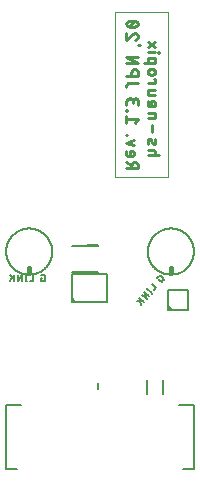
<source format=gbo>
G75*
%MOIN*%
%OFA0B0*%
%FSLAX25Y25*%
%IPPOS*%
%LPD*%
%AMOC8*
5,1,8,0,0,1.08239X$1,22.5*
%
%ADD10C,0.00787*%
%ADD11C,0.01575*%
%ADD12C,0.00600*%
%ADD13C,0.00900*%
%ADD14C,0.00394*%
%ADD15C,0.00500*%
D10*
X0166691Y0119457D02*
X0166693Y0119646D01*
X0166700Y0119834D01*
X0166712Y0120022D01*
X0166728Y0120210D01*
X0166749Y0120398D01*
X0166774Y0120585D01*
X0166804Y0120771D01*
X0166839Y0120957D01*
X0166878Y0121141D01*
X0166921Y0121325D01*
X0166969Y0121507D01*
X0167022Y0121688D01*
X0167079Y0121868D01*
X0167140Y0122047D01*
X0167206Y0122224D01*
X0167276Y0122399D01*
X0167350Y0122572D01*
X0167429Y0122744D01*
X0167512Y0122913D01*
X0167599Y0123081D01*
X0167690Y0123246D01*
X0167785Y0123409D01*
X0167884Y0123570D01*
X0167986Y0123728D01*
X0168093Y0123883D01*
X0168204Y0124036D01*
X0168318Y0124186D01*
X0168436Y0124334D01*
X0168557Y0124478D01*
X0168682Y0124619D01*
X0168811Y0124757D01*
X0168942Y0124893D01*
X0169078Y0125024D01*
X0169216Y0125153D01*
X0169357Y0125278D01*
X0169501Y0125399D01*
X0169649Y0125517D01*
X0169799Y0125631D01*
X0169952Y0125742D01*
X0170107Y0125849D01*
X0170265Y0125951D01*
X0170426Y0126050D01*
X0170589Y0126145D01*
X0170754Y0126236D01*
X0170922Y0126323D01*
X0171091Y0126406D01*
X0171263Y0126485D01*
X0171436Y0126559D01*
X0171611Y0126629D01*
X0171788Y0126695D01*
X0171967Y0126756D01*
X0172147Y0126813D01*
X0172328Y0126866D01*
X0172510Y0126914D01*
X0172694Y0126957D01*
X0172878Y0126996D01*
X0173064Y0127031D01*
X0173250Y0127061D01*
X0173437Y0127086D01*
X0173625Y0127107D01*
X0173813Y0127123D01*
X0174001Y0127135D01*
X0174189Y0127142D01*
X0174378Y0127144D01*
X0174567Y0127142D01*
X0174755Y0127135D01*
X0174943Y0127123D01*
X0175131Y0127107D01*
X0175319Y0127086D01*
X0175506Y0127061D01*
X0175692Y0127031D01*
X0175878Y0126996D01*
X0176062Y0126957D01*
X0176246Y0126914D01*
X0176428Y0126866D01*
X0176609Y0126813D01*
X0176789Y0126756D01*
X0176968Y0126695D01*
X0177145Y0126629D01*
X0177320Y0126559D01*
X0177493Y0126485D01*
X0177665Y0126406D01*
X0177834Y0126323D01*
X0178002Y0126236D01*
X0178167Y0126145D01*
X0178330Y0126050D01*
X0178491Y0125951D01*
X0178649Y0125849D01*
X0178804Y0125742D01*
X0178957Y0125631D01*
X0179107Y0125517D01*
X0179255Y0125399D01*
X0179399Y0125278D01*
X0179540Y0125153D01*
X0179678Y0125024D01*
X0179814Y0124893D01*
X0179945Y0124757D01*
X0180074Y0124619D01*
X0180199Y0124478D01*
X0180320Y0124334D01*
X0180438Y0124186D01*
X0180552Y0124036D01*
X0180663Y0123883D01*
X0180770Y0123728D01*
X0180872Y0123570D01*
X0180971Y0123409D01*
X0181066Y0123246D01*
X0181157Y0123081D01*
X0181244Y0122913D01*
X0181327Y0122744D01*
X0181406Y0122572D01*
X0181480Y0122399D01*
X0181550Y0122224D01*
X0181616Y0122047D01*
X0181677Y0121868D01*
X0181734Y0121688D01*
X0181787Y0121507D01*
X0181835Y0121325D01*
X0181878Y0121141D01*
X0181917Y0120957D01*
X0181952Y0120771D01*
X0181982Y0120585D01*
X0182007Y0120398D01*
X0182028Y0120210D01*
X0182044Y0120022D01*
X0182056Y0119834D01*
X0182063Y0119646D01*
X0182065Y0119457D01*
X0182063Y0119268D01*
X0182056Y0119080D01*
X0182044Y0118892D01*
X0182028Y0118704D01*
X0182007Y0118516D01*
X0181982Y0118329D01*
X0181952Y0118143D01*
X0181917Y0117957D01*
X0181878Y0117773D01*
X0181835Y0117589D01*
X0181787Y0117407D01*
X0181734Y0117226D01*
X0181677Y0117046D01*
X0181616Y0116867D01*
X0181550Y0116690D01*
X0181480Y0116515D01*
X0181406Y0116342D01*
X0181327Y0116170D01*
X0181244Y0116001D01*
X0181157Y0115833D01*
X0181066Y0115668D01*
X0180971Y0115505D01*
X0180872Y0115344D01*
X0180770Y0115186D01*
X0180663Y0115031D01*
X0180552Y0114878D01*
X0180438Y0114728D01*
X0180320Y0114580D01*
X0180199Y0114436D01*
X0180074Y0114295D01*
X0179945Y0114157D01*
X0179814Y0114021D01*
X0179678Y0113890D01*
X0179540Y0113761D01*
X0179399Y0113636D01*
X0179255Y0113515D01*
X0179107Y0113397D01*
X0178957Y0113283D01*
X0178804Y0113172D01*
X0178649Y0113065D01*
X0178491Y0112963D01*
X0178330Y0112864D01*
X0178167Y0112769D01*
X0178002Y0112678D01*
X0177834Y0112591D01*
X0177665Y0112508D01*
X0177493Y0112429D01*
X0177320Y0112355D01*
X0177145Y0112285D01*
X0176968Y0112219D01*
X0176789Y0112158D01*
X0176609Y0112101D01*
X0176428Y0112048D01*
X0176246Y0112000D01*
X0176062Y0111957D01*
X0175878Y0111918D01*
X0175692Y0111883D01*
X0175506Y0111853D01*
X0175319Y0111828D01*
X0175131Y0111807D01*
X0174943Y0111791D01*
X0174755Y0111779D01*
X0174567Y0111772D01*
X0174378Y0111770D01*
X0174189Y0111772D01*
X0174001Y0111779D01*
X0173813Y0111791D01*
X0173625Y0111807D01*
X0173437Y0111828D01*
X0173250Y0111853D01*
X0173064Y0111883D01*
X0172878Y0111918D01*
X0172694Y0111957D01*
X0172510Y0112000D01*
X0172328Y0112048D01*
X0172147Y0112101D01*
X0171967Y0112158D01*
X0171788Y0112219D01*
X0171611Y0112285D01*
X0171436Y0112355D01*
X0171263Y0112429D01*
X0171091Y0112508D01*
X0170922Y0112591D01*
X0170754Y0112678D01*
X0170589Y0112769D01*
X0170426Y0112864D01*
X0170265Y0112963D01*
X0170107Y0113065D01*
X0169952Y0113172D01*
X0169799Y0113283D01*
X0169649Y0113397D01*
X0169501Y0113515D01*
X0169357Y0113636D01*
X0169216Y0113761D01*
X0169078Y0113890D01*
X0168942Y0114021D01*
X0168811Y0114157D01*
X0168682Y0114295D01*
X0168557Y0114436D01*
X0168436Y0114580D01*
X0168318Y0114728D01*
X0168204Y0114878D01*
X0168093Y0115031D01*
X0167986Y0115186D01*
X0167884Y0115344D01*
X0167785Y0115505D01*
X0167690Y0115668D01*
X0167599Y0115833D01*
X0167512Y0116001D01*
X0167429Y0116170D01*
X0167350Y0116342D01*
X0167276Y0116515D01*
X0167206Y0116690D01*
X0167140Y0116867D01*
X0167079Y0117046D01*
X0167022Y0117226D01*
X0166969Y0117407D01*
X0166921Y0117589D01*
X0166878Y0117773D01*
X0166839Y0117957D01*
X0166804Y0118143D01*
X0166774Y0118329D01*
X0166749Y0118516D01*
X0166728Y0118704D01*
X0166712Y0118892D01*
X0166700Y0119080D01*
X0166693Y0119268D01*
X0166691Y0119457D01*
X0213935Y0119457D02*
X0213937Y0119646D01*
X0213944Y0119834D01*
X0213956Y0120022D01*
X0213972Y0120210D01*
X0213993Y0120398D01*
X0214018Y0120585D01*
X0214048Y0120771D01*
X0214083Y0120957D01*
X0214122Y0121141D01*
X0214165Y0121325D01*
X0214213Y0121507D01*
X0214266Y0121688D01*
X0214323Y0121868D01*
X0214384Y0122047D01*
X0214450Y0122224D01*
X0214520Y0122399D01*
X0214594Y0122572D01*
X0214673Y0122744D01*
X0214756Y0122913D01*
X0214843Y0123081D01*
X0214934Y0123246D01*
X0215029Y0123409D01*
X0215128Y0123570D01*
X0215230Y0123728D01*
X0215337Y0123883D01*
X0215448Y0124036D01*
X0215562Y0124186D01*
X0215680Y0124334D01*
X0215801Y0124478D01*
X0215926Y0124619D01*
X0216055Y0124757D01*
X0216186Y0124893D01*
X0216322Y0125024D01*
X0216460Y0125153D01*
X0216601Y0125278D01*
X0216745Y0125399D01*
X0216893Y0125517D01*
X0217043Y0125631D01*
X0217196Y0125742D01*
X0217351Y0125849D01*
X0217509Y0125951D01*
X0217670Y0126050D01*
X0217833Y0126145D01*
X0217998Y0126236D01*
X0218166Y0126323D01*
X0218335Y0126406D01*
X0218507Y0126485D01*
X0218680Y0126559D01*
X0218855Y0126629D01*
X0219032Y0126695D01*
X0219211Y0126756D01*
X0219391Y0126813D01*
X0219572Y0126866D01*
X0219754Y0126914D01*
X0219938Y0126957D01*
X0220122Y0126996D01*
X0220308Y0127031D01*
X0220494Y0127061D01*
X0220681Y0127086D01*
X0220869Y0127107D01*
X0221057Y0127123D01*
X0221245Y0127135D01*
X0221433Y0127142D01*
X0221622Y0127144D01*
X0221811Y0127142D01*
X0221999Y0127135D01*
X0222187Y0127123D01*
X0222375Y0127107D01*
X0222563Y0127086D01*
X0222750Y0127061D01*
X0222936Y0127031D01*
X0223122Y0126996D01*
X0223306Y0126957D01*
X0223490Y0126914D01*
X0223672Y0126866D01*
X0223853Y0126813D01*
X0224033Y0126756D01*
X0224212Y0126695D01*
X0224389Y0126629D01*
X0224564Y0126559D01*
X0224737Y0126485D01*
X0224909Y0126406D01*
X0225078Y0126323D01*
X0225246Y0126236D01*
X0225411Y0126145D01*
X0225574Y0126050D01*
X0225735Y0125951D01*
X0225893Y0125849D01*
X0226048Y0125742D01*
X0226201Y0125631D01*
X0226351Y0125517D01*
X0226499Y0125399D01*
X0226643Y0125278D01*
X0226784Y0125153D01*
X0226922Y0125024D01*
X0227058Y0124893D01*
X0227189Y0124757D01*
X0227318Y0124619D01*
X0227443Y0124478D01*
X0227564Y0124334D01*
X0227682Y0124186D01*
X0227796Y0124036D01*
X0227907Y0123883D01*
X0228014Y0123728D01*
X0228116Y0123570D01*
X0228215Y0123409D01*
X0228310Y0123246D01*
X0228401Y0123081D01*
X0228488Y0122913D01*
X0228571Y0122744D01*
X0228650Y0122572D01*
X0228724Y0122399D01*
X0228794Y0122224D01*
X0228860Y0122047D01*
X0228921Y0121868D01*
X0228978Y0121688D01*
X0229031Y0121507D01*
X0229079Y0121325D01*
X0229122Y0121141D01*
X0229161Y0120957D01*
X0229196Y0120771D01*
X0229226Y0120585D01*
X0229251Y0120398D01*
X0229272Y0120210D01*
X0229288Y0120022D01*
X0229300Y0119834D01*
X0229307Y0119646D01*
X0229309Y0119457D01*
X0229307Y0119268D01*
X0229300Y0119080D01*
X0229288Y0118892D01*
X0229272Y0118704D01*
X0229251Y0118516D01*
X0229226Y0118329D01*
X0229196Y0118143D01*
X0229161Y0117957D01*
X0229122Y0117773D01*
X0229079Y0117589D01*
X0229031Y0117407D01*
X0228978Y0117226D01*
X0228921Y0117046D01*
X0228860Y0116867D01*
X0228794Y0116690D01*
X0228724Y0116515D01*
X0228650Y0116342D01*
X0228571Y0116170D01*
X0228488Y0116001D01*
X0228401Y0115833D01*
X0228310Y0115668D01*
X0228215Y0115505D01*
X0228116Y0115344D01*
X0228014Y0115186D01*
X0227907Y0115031D01*
X0227796Y0114878D01*
X0227682Y0114728D01*
X0227564Y0114580D01*
X0227443Y0114436D01*
X0227318Y0114295D01*
X0227189Y0114157D01*
X0227058Y0114021D01*
X0226922Y0113890D01*
X0226784Y0113761D01*
X0226643Y0113636D01*
X0226499Y0113515D01*
X0226351Y0113397D01*
X0226201Y0113283D01*
X0226048Y0113172D01*
X0225893Y0113065D01*
X0225735Y0112963D01*
X0225574Y0112864D01*
X0225411Y0112769D01*
X0225246Y0112678D01*
X0225078Y0112591D01*
X0224909Y0112508D01*
X0224737Y0112429D01*
X0224564Y0112355D01*
X0224389Y0112285D01*
X0224212Y0112219D01*
X0224033Y0112158D01*
X0223853Y0112101D01*
X0223672Y0112048D01*
X0223490Y0112000D01*
X0223306Y0111957D01*
X0223122Y0111918D01*
X0222936Y0111883D01*
X0222750Y0111853D01*
X0222563Y0111828D01*
X0222375Y0111807D01*
X0222187Y0111791D01*
X0221999Y0111779D01*
X0221811Y0111772D01*
X0221622Y0111770D01*
X0221433Y0111772D01*
X0221245Y0111779D01*
X0221057Y0111791D01*
X0220869Y0111807D01*
X0220681Y0111828D01*
X0220494Y0111853D01*
X0220308Y0111883D01*
X0220122Y0111918D01*
X0219938Y0111957D01*
X0219754Y0112000D01*
X0219572Y0112048D01*
X0219391Y0112101D01*
X0219211Y0112158D01*
X0219032Y0112219D01*
X0218855Y0112285D01*
X0218680Y0112355D01*
X0218507Y0112429D01*
X0218335Y0112508D01*
X0218166Y0112591D01*
X0217998Y0112678D01*
X0217833Y0112769D01*
X0217670Y0112864D01*
X0217509Y0112963D01*
X0217351Y0113065D01*
X0217196Y0113172D01*
X0217043Y0113283D01*
X0216893Y0113397D01*
X0216745Y0113515D01*
X0216601Y0113636D01*
X0216460Y0113761D01*
X0216322Y0113890D01*
X0216186Y0114021D01*
X0216055Y0114157D01*
X0215926Y0114295D01*
X0215801Y0114436D01*
X0215680Y0114580D01*
X0215562Y0114728D01*
X0215448Y0114878D01*
X0215337Y0115031D01*
X0215230Y0115186D01*
X0215128Y0115344D01*
X0215029Y0115505D01*
X0214934Y0115668D01*
X0214843Y0115833D01*
X0214756Y0116001D01*
X0214673Y0116170D01*
X0214594Y0116342D01*
X0214520Y0116515D01*
X0214450Y0116690D01*
X0214384Y0116867D01*
X0214323Y0117046D01*
X0214266Y0117226D01*
X0214213Y0117407D01*
X0214165Y0117589D01*
X0214122Y0117773D01*
X0214083Y0117957D01*
X0214048Y0118143D01*
X0214018Y0118329D01*
X0213993Y0118516D01*
X0213972Y0118704D01*
X0213956Y0118892D01*
X0213944Y0119080D01*
X0213937Y0119268D01*
X0213935Y0119457D01*
D11*
X0221622Y0113945D02*
X0221622Y0112370D01*
X0174378Y0112370D02*
X0174378Y0113945D01*
D12*
X0173727Y0111677D02*
X0173248Y0111677D01*
X0173487Y0111677D02*
X0173487Y0109521D01*
X0173248Y0109521D02*
X0173727Y0109521D01*
X0174690Y0109521D02*
X0175648Y0109521D01*
X0175648Y0111677D01*
X0178428Y0111677D02*
X0179146Y0111677D01*
X0179188Y0111675D01*
X0179229Y0111670D01*
X0179270Y0111661D01*
X0179310Y0111648D01*
X0179348Y0111632D01*
X0179386Y0111613D01*
X0179421Y0111590D01*
X0179454Y0111565D01*
X0179485Y0111537D01*
X0179513Y0111506D01*
X0179538Y0111473D01*
X0179561Y0111438D01*
X0179580Y0111400D01*
X0179596Y0111362D01*
X0179609Y0111322D01*
X0179618Y0111281D01*
X0179623Y0111240D01*
X0179625Y0111198D01*
X0179626Y0111198D02*
X0179626Y0110000D01*
X0179625Y0110000D02*
X0179623Y0109958D01*
X0179618Y0109917D01*
X0179609Y0109876D01*
X0179596Y0109836D01*
X0179580Y0109798D01*
X0179561Y0109761D01*
X0179538Y0109725D01*
X0179513Y0109692D01*
X0179485Y0109661D01*
X0179454Y0109633D01*
X0179421Y0109608D01*
X0179386Y0109585D01*
X0179348Y0109566D01*
X0179310Y0109550D01*
X0179270Y0109537D01*
X0179229Y0109528D01*
X0179188Y0109523D01*
X0179146Y0109521D01*
X0178428Y0109521D01*
X0178428Y0110719D01*
X0178787Y0110719D01*
X0172019Y0111677D02*
X0170822Y0109521D01*
X0170822Y0111677D01*
X0172019Y0111677D02*
X0172019Y0109521D01*
X0169305Y0109521D02*
X0169305Y0111677D01*
X0168826Y0110838D02*
X0168108Y0109521D01*
X0169305Y0110359D02*
X0168108Y0111677D01*
X0210169Y0103008D02*
X0211950Y0103023D01*
X0211273Y0102985D02*
X0211777Y0101571D01*
X0212575Y0102464D02*
X0210968Y0103901D01*
X0211978Y0105032D02*
X0213585Y0103595D01*
X0212777Y0105924D01*
X0214384Y0104487D01*
X0215203Y0105403D02*
X0215522Y0105760D01*
X0215362Y0105582D02*
X0213755Y0107019D01*
X0213915Y0107197D02*
X0213595Y0106840D01*
X0215195Y0108630D02*
X0216802Y0107193D01*
X0216164Y0106478D01*
X0218655Y0109265D02*
X0217762Y0110063D01*
X0218002Y0110331D01*
X0218203Y0111275D02*
X0218171Y0111302D01*
X0218136Y0111325D01*
X0218100Y0111346D01*
X0218062Y0111363D01*
X0218022Y0111377D01*
X0217982Y0111387D01*
X0217941Y0111394D01*
X0217899Y0111397D01*
X0217857Y0111396D01*
X0217816Y0111392D01*
X0217775Y0111384D01*
X0217734Y0111373D01*
X0217695Y0111358D01*
X0217658Y0111340D01*
X0217622Y0111319D01*
X0217588Y0111294D01*
X0217556Y0111267D01*
X0217527Y0111237D01*
X0217527Y0111238D02*
X0217048Y0110702D01*
X0218204Y0111275D02*
X0219096Y0110477D01*
X0219126Y0110448D01*
X0219153Y0110416D01*
X0219178Y0110382D01*
X0219199Y0110346D01*
X0219217Y0110309D01*
X0219232Y0110270D01*
X0219243Y0110229D01*
X0219251Y0110188D01*
X0219255Y0110147D01*
X0219256Y0110105D01*
X0219253Y0110063D01*
X0219246Y0110022D01*
X0219236Y0109982D01*
X0219222Y0109942D01*
X0219205Y0109904D01*
X0219184Y0109868D01*
X0219161Y0109833D01*
X0219134Y0109801D01*
X0218655Y0109265D01*
D13*
X0210621Y0147142D02*
X0206797Y0147142D01*
X0208497Y0147142D02*
X0208497Y0148205D01*
X0208497Y0148417D02*
X0206797Y0149267D01*
X0207434Y0151277D02*
X0208497Y0151277D01*
X0208072Y0151277D02*
X0208072Y0152977D01*
X0208497Y0152977D01*
X0208554Y0152975D01*
X0208610Y0152969D01*
X0208666Y0152960D01*
X0208722Y0152947D01*
X0208776Y0152930D01*
X0208829Y0152910D01*
X0208880Y0152886D01*
X0208930Y0152858D01*
X0208978Y0152828D01*
X0209024Y0152794D01*
X0209067Y0152757D01*
X0209108Y0152718D01*
X0209146Y0152676D01*
X0209181Y0152631D01*
X0209213Y0152584D01*
X0209242Y0152535D01*
X0209268Y0152485D01*
X0209290Y0152432D01*
X0209309Y0152379D01*
X0209324Y0152324D01*
X0209335Y0152268D01*
X0209343Y0152212D01*
X0209347Y0152155D01*
X0209347Y0152099D01*
X0209343Y0152042D01*
X0209335Y0151986D01*
X0209324Y0151930D01*
X0209309Y0151875D01*
X0209290Y0151822D01*
X0209268Y0151769D01*
X0209242Y0151719D01*
X0209213Y0151670D01*
X0209181Y0151623D01*
X0209146Y0151578D01*
X0209108Y0151536D01*
X0209067Y0151497D01*
X0209024Y0151460D01*
X0208978Y0151426D01*
X0208930Y0151396D01*
X0208880Y0151368D01*
X0208829Y0151344D01*
X0208776Y0151324D01*
X0208722Y0151307D01*
X0208666Y0151294D01*
X0208610Y0151285D01*
X0208554Y0151279D01*
X0208497Y0151277D01*
X0207434Y0151277D02*
X0207386Y0151279D01*
X0207339Y0151284D01*
X0207292Y0151293D01*
X0207246Y0151305D01*
X0207201Y0151321D01*
X0207158Y0151340D01*
X0207116Y0151362D01*
X0207075Y0151388D01*
X0207037Y0151416D01*
X0207001Y0151447D01*
X0206967Y0151481D01*
X0206936Y0151517D01*
X0206908Y0151555D01*
X0206882Y0151596D01*
X0206860Y0151638D01*
X0206841Y0151681D01*
X0206825Y0151726D01*
X0206813Y0151772D01*
X0206804Y0151819D01*
X0206799Y0151866D01*
X0206797Y0151914D01*
X0206797Y0152977D01*
X0206797Y0155670D02*
X0209346Y0156520D01*
X0209346Y0154820D02*
X0206797Y0155670D01*
X0206797Y0158115D02*
X0206797Y0158328D01*
X0207009Y0158328D01*
X0207009Y0158115D01*
X0206797Y0158115D01*
X0206797Y0162403D02*
X0206797Y0164528D01*
X0206797Y0163465D02*
X0210621Y0163465D01*
X0209771Y0162403D01*
X0207009Y0166336D02*
X0207009Y0166548D01*
X0206797Y0166548D01*
X0206797Y0166336D01*
X0207009Y0166336D01*
X0206797Y0168356D02*
X0206797Y0169418D01*
X0206799Y0169482D01*
X0206805Y0169546D01*
X0206814Y0169609D01*
X0206828Y0169672D01*
X0206845Y0169734D01*
X0206866Y0169795D01*
X0206891Y0169854D01*
X0206919Y0169912D01*
X0206950Y0169967D01*
X0206985Y0170021D01*
X0207023Y0170073D01*
X0207064Y0170122D01*
X0207108Y0170169D01*
X0207155Y0170213D01*
X0207204Y0170254D01*
X0207256Y0170292D01*
X0207310Y0170327D01*
X0207365Y0170358D01*
X0207423Y0170386D01*
X0207482Y0170411D01*
X0207543Y0170432D01*
X0207605Y0170449D01*
X0207668Y0170463D01*
X0207731Y0170472D01*
X0207795Y0170478D01*
X0207859Y0170480D01*
X0207923Y0170478D01*
X0207987Y0170472D01*
X0208050Y0170463D01*
X0208113Y0170449D01*
X0208175Y0170432D01*
X0208236Y0170411D01*
X0208295Y0170386D01*
X0208353Y0170358D01*
X0208408Y0170327D01*
X0208462Y0170292D01*
X0208514Y0170254D01*
X0208563Y0170213D01*
X0208610Y0170169D01*
X0208654Y0170122D01*
X0208695Y0170073D01*
X0208733Y0170021D01*
X0208768Y0169967D01*
X0208799Y0169912D01*
X0208827Y0169854D01*
X0208852Y0169795D01*
X0208873Y0169734D01*
X0208890Y0169672D01*
X0208904Y0169609D01*
X0208913Y0169546D01*
X0208919Y0169482D01*
X0208921Y0169418D01*
X0208922Y0169631D02*
X0208922Y0168781D01*
X0208921Y0169631D02*
X0208923Y0169688D01*
X0208929Y0169744D01*
X0208938Y0169800D01*
X0208951Y0169856D01*
X0208968Y0169910D01*
X0208988Y0169963D01*
X0209012Y0170014D01*
X0209040Y0170064D01*
X0209070Y0170112D01*
X0209104Y0170158D01*
X0209141Y0170201D01*
X0209180Y0170242D01*
X0209222Y0170280D01*
X0209267Y0170315D01*
X0209314Y0170347D01*
X0209363Y0170376D01*
X0209413Y0170402D01*
X0209466Y0170424D01*
X0209519Y0170443D01*
X0209574Y0170458D01*
X0209630Y0170469D01*
X0209686Y0170477D01*
X0209743Y0170481D01*
X0209799Y0170481D01*
X0209856Y0170477D01*
X0209912Y0170469D01*
X0209968Y0170458D01*
X0210023Y0170443D01*
X0210076Y0170424D01*
X0210129Y0170402D01*
X0210179Y0170376D01*
X0210228Y0170347D01*
X0210275Y0170315D01*
X0210320Y0170280D01*
X0210362Y0170242D01*
X0210401Y0170201D01*
X0210438Y0170158D01*
X0210472Y0170112D01*
X0210502Y0170064D01*
X0210530Y0170014D01*
X0210554Y0169963D01*
X0210574Y0169910D01*
X0210591Y0169856D01*
X0210604Y0169800D01*
X0210613Y0169744D01*
X0210619Y0169688D01*
X0210621Y0169631D01*
X0210621Y0168356D01*
X0213883Y0168449D02*
X0213883Y0169512D01*
X0213884Y0168449D02*
X0213886Y0168401D01*
X0213891Y0168354D01*
X0213900Y0168307D01*
X0213912Y0168261D01*
X0213928Y0168216D01*
X0213947Y0168173D01*
X0213969Y0168131D01*
X0213995Y0168090D01*
X0214023Y0168052D01*
X0214054Y0168016D01*
X0214088Y0167982D01*
X0214124Y0167951D01*
X0214162Y0167923D01*
X0214203Y0167897D01*
X0214245Y0167875D01*
X0214288Y0167856D01*
X0214333Y0167840D01*
X0214379Y0167828D01*
X0214426Y0167819D01*
X0214473Y0167814D01*
X0214521Y0167812D01*
X0215583Y0167812D01*
X0215158Y0167812D02*
X0215158Y0169512D01*
X0215583Y0169512D01*
X0215640Y0169510D01*
X0215696Y0169504D01*
X0215752Y0169495D01*
X0215808Y0169482D01*
X0215862Y0169465D01*
X0215915Y0169445D01*
X0215966Y0169421D01*
X0216016Y0169393D01*
X0216064Y0169363D01*
X0216110Y0169329D01*
X0216153Y0169292D01*
X0216194Y0169253D01*
X0216232Y0169211D01*
X0216267Y0169166D01*
X0216299Y0169119D01*
X0216328Y0169070D01*
X0216354Y0169020D01*
X0216376Y0168967D01*
X0216395Y0168914D01*
X0216410Y0168859D01*
X0216421Y0168803D01*
X0216429Y0168747D01*
X0216433Y0168690D01*
X0216433Y0168634D01*
X0216429Y0168577D01*
X0216421Y0168521D01*
X0216410Y0168465D01*
X0216395Y0168410D01*
X0216376Y0168357D01*
X0216354Y0168304D01*
X0216328Y0168254D01*
X0216299Y0168205D01*
X0216267Y0168158D01*
X0216232Y0168113D01*
X0216194Y0168071D01*
X0216153Y0168032D01*
X0216110Y0167995D01*
X0216064Y0167961D01*
X0216016Y0167931D01*
X0215966Y0167903D01*
X0215915Y0167879D01*
X0215862Y0167859D01*
X0215808Y0167842D01*
X0215752Y0167829D01*
X0215696Y0167820D01*
X0215640Y0167814D01*
X0215583Y0167812D01*
X0215796Y0165685D02*
X0213883Y0165685D01*
X0213883Y0163985D02*
X0216433Y0163985D01*
X0216433Y0165048D01*
X0216431Y0165096D01*
X0216426Y0165143D01*
X0216417Y0165190D01*
X0216405Y0165236D01*
X0216389Y0165281D01*
X0216370Y0165324D01*
X0216348Y0165367D01*
X0216322Y0165407D01*
X0216294Y0165445D01*
X0216263Y0165481D01*
X0216229Y0165515D01*
X0216193Y0165546D01*
X0216155Y0165574D01*
X0216115Y0165600D01*
X0216072Y0165622D01*
X0216029Y0165641D01*
X0215984Y0165657D01*
X0215938Y0165669D01*
X0215891Y0165678D01*
X0215844Y0165683D01*
X0215796Y0165685D01*
X0215371Y0161716D02*
X0215371Y0159167D01*
X0214946Y0156721D02*
X0215371Y0155658D01*
X0215370Y0155658D02*
X0215389Y0155616D01*
X0215412Y0155576D01*
X0215438Y0155537D01*
X0215467Y0155501D01*
X0215499Y0155467D01*
X0215533Y0155437D01*
X0215570Y0155409D01*
X0215609Y0155384D01*
X0215651Y0155363D01*
X0215693Y0155345D01*
X0215738Y0155331D01*
X0215783Y0155321D01*
X0215829Y0155315D01*
X0215875Y0155312D01*
X0215921Y0155313D01*
X0215967Y0155319D01*
X0216013Y0155328D01*
X0216057Y0155341D01*
X0216100Y0155357D01*
X0216142Y0155377D01*
X0216182Y0155401D01*
X0216220Y0155428D01*
X0216255Y0155458D01*
X0216288Y0155490D01*
X0216318Y0155526D01*
X0216345Y0155564D01*
X0216368Y0155604D01*
X0216388Y0155645D01*
X0216405Y0155689D01*
X0216417Y0155733D01*
X0216426Y0155779D01*
X0216432Y0155825D01*
X0216433Y0155871D01*
X0214096Y0155340D02*
X0214057Y0155453D01*
X0214023Y0155567D01*
X0213992Y0155682D01*
X0213964Y0155798D01*
X0213941Y0155915D01*
X0213922Y0156033D01*
X0213906Y0156152D01*
X0213895Y0156270D01*
X0213887Y0156389D01*
X0213883Y0156509D01*
X0213883Y0156508D02*
X0213884Y0156554D01*
X0213890Y0156600D01*
X0213899Y0156646D01*
X0213911Y0156690D01*
X0213928Y0156734D01*
X0213948Y0156775D01*
X0213971Y0156815D01*
X0213998Y0156853D01*
X0214028Y0156889D01*
X0214061Y0156921D01*
X0214096Y0156951D01*
X0214134Y0156978D01*
X0214174Y0157002D01*
X0214216Y0157022D01*
X0214259Y0157038D01*
X0214303Y0157051D01*
X0214349Y0157060D01*
X0214395Y0157066D01*
X0214441Y0157067D01*
X0214487Y0157064D01*
X0214533Y0157058D01*
X0214578Y0157048D01*
X0214623Y0157034D01*
X0214665Y0157016D01*
X0214707Y0156995D01*
X0214746Y0156970D01*
X0214783Y0156942D01*
X0214817Y0156912D01*
X0214849Y0156878D01*
X0214878Y0156842D01*
X0214904Y0156803D01*
X0214927Y0156763D01*
X0214946Y0156721D01*
X0216221Y0156827D02*
X0216257Y0156744D01*
X0216289Y0156661D01*
X0216318Y0156576D01*
X0216344Y0156490D01*
X0216366Y0156403D01*
X0216386Y0156316D01*
X0216402Y0156227D01*
X0216415Y0156139D01*
X0216425Y0156050D01*
X0216431Y0155960D01*
X0216434Y0155870D01*
X0215796Y0153212D02*
X0213883Y0153212D01*
X0213883Y0151513D02*
X0217708Y0151513D01*
X0216433Y0151513D02*
X0216433Y0152575D01*
X0216431Y0152623D01*
X0216426Y0152670D01*
X0216417Y0152717D01*
X0216405Y0152763D01*
X0216389Y0152808D01*
X0216370Y0152851D01*
X0216348Y0152894D01*
X0216322Y0152934D01*
X0216294Y0152972D01*
X0216263Y0153008D01*
X0216229Y0153042D01*
X0216193Y0153073D01*
X0216155Y0153101D01*
X0216115Y0153127D01*
X0216072Y0153149D01*
X0216029Y0153168D01*
X0215984Y0153184D01*
X0215938Y0153196D01*
X0215891Y0153205D01*
X0215844Y0153210D01*
X0215796Y0153212D01*
X0210621Y0148205D02*
X0210621Y0147142D01*
X0210621Y0148205D02*
X0210619Y0148269D01*
X0210613Y0148333D01*
X0210604Y0148396D01*
X0210590Y0148459D01*
X0210573Y0148521D01*
X0210552Y0148582D01*
X0210527Y0148641D01*
X0210499Y0148699D01*
X0210468Y0148754D01*
X0210433Y0148808D01*
X0210395Y0148860D01*
X0210354Y0148909D01*
X0210310Y0148956D01*
X0210263Y0149000D01*
X0210214Y0149041D01*
X0210162Y0149079D01*
X0210108Y0149114D01*
X0210053Y0149145D01*
X0209995Y0149173D01*
X0209936Y0149198D01*
X0209875Y0149219D01*
X0209813Y0149236D01*
X0209750Y0149250D01*
X0209687Y0149259D01*
X0209623Y0149265D01*
X0209559Y0149267D01*
X0209495Y0149265D01*
X0209431Y0149259D01*
X0209368Y0149250D01*
X0209305Y0149236D01*
X0209243Y0149219D01*
X0209182Y0149198D01*
X0209123Y0149173D01*
X0209065Y0149145D01*
X0209010Y0149114D01*
X0208956Y0149079D01*
X0208904Y0149041D01*
X0208855Y0149000D01*
X0208808Y0148956D01*
X0208764Y0148909D01*
X0208723Y0148860D01*
X0208685Y0148808D01*
X0208650Y0148754D01*
X0208619Y0148699D01*
X0208591Y0148641D01*
X0208566Y0148582D01*
X0208545Y0148521D01*
X0208528Y0148459D01*
X0208514Y0148396D01*
X0208505Y0148333D01*
X0208499Y0148269D01*
X0208497Y0148205D01*
X0214521Y0171639D02*
X0216433Y0171639D01*
X0216433Y0173338D02*
X0213883Y0173338D01*
X0213883Y0172276D01*
X0213884Y0172276D02*
X0213886Y0172228D01*
X0213891Y0172181D01*
X0213900Y0172134D01*
X0213912Y0172088D01*
X0213928Y0172043D01*
X0213947Y0172000D01*
X0213969Y0171958D01*
X0213995Y0171917D01*
X0214023Y0171879D01*
X0214054Y0171843D01*
X0214088Y0171809D01*
X0214124Y0171778D01*
X0214162Y0171750D01*
X0214203Y0171724D01*
X0214245Y0171702D01*
X0214288Y0171683D01*
X0214333Y0171667D01*
X0214379Y0171655D01*
X0214426Y0171646D01*
X0214473Y0171641D01*
X0214521Y0171639D01*
X0213883Y0175649D02*
X0216433Y0175649D01*
X0216433Y0176924D01*
X0216008Y0176924D01*
X0215583Y0178442D02*
X0214733Y0178442D01*
X0214676Y0178444D01*
X0214620Y0178450D01*
X0214564Y0178459D01*
X0214508Y0178472D01*
X0214454Y0178489D01*
X0214401Y0178509D01*
X0214350Y0178533D01*
X0214300Y0178561D01*
X0214252Y0178591D01*
X0214206Y0178625D01*
X0214163Y0178662D01*
X0214122Y0178701D01*
X0214084Y0178743D01*
X0214049Y0178788D01*
X0214017Y0178835D01*
X0213988Y0178884D01*
X0213962Y0178934D01*
X0213940Y0178987D01*
X0213921Y0179040D01*
X0213906Y0179095D01*
X0213895Y0179151D01*
X0213887Y0179207D01*
X0213883Y0179264D01*
X0213883Y0179320D01*
X0213887Y0179377D01*
X0213895Y0179433D01*
X0213906Y0179489D01*
X0213921Y0179544D01*
X0213940Y0179597D01*
X0213962Y0179650D01*
X0213988Y0179700D01*
X0214017Y0179749D01*
X0214049Y0179796D01*
X0214084Y0179841D01*
X0214122Y0179883D01*
X0214163Y0179922D01*
X0214206Y0179959D01*
X0214252Y0179993D01*
X0214300Y0180023D01*
X0214350Y0180051D01*
X0214401Y0180075D01*
X0214454Y0180095D01*
X0214508Y0180112D01*
X0214564Y0180125D01*
X0214620Y0180134D01*
X0214676Y0180140D01*
X0214733Y0180142D01*
X0215583Y0180142D01*
X0215640Y0180140D01*
X0215696Y0180134D01*
X0215752Y0180125D01*
X0215808Y0180112D01*
X0215862Y0180095D01*
X0215915Y0180075D01*
X0215966Y0180051D01*
X0216016Y0180023D01*
X0216064Y0179993D01*
X0216110Y0179959D01*
X0216153Y0179922D01*
X0216194Y0179883D01*
X0216232Y0179841D01*
X0216267Y0179796D01*
X0216299Y0179749D01*
X0216328Y0179700D01*
X0216354Y0179650D01*
X0216376Y0179597D01*
X0216395Y0179544D01*
X0216410Y0179489D01*
X0216421Y0179433D01*
X0216429Y0179377D01*
X0216433Y0179320D01*
X0216433Y0179264D01*
X0216429Y0179207D01*
X0216421Y0179151D01*
X0216410Y0179095D01*
X0216395Y0179040D01*
X0216376Y0178987D01*
X0216354Y0178934D01*
X0216328Y0178884D01*
X0216299Y0178835D01*
X0216267Y0178788D01*
X0216232Y0178743D01*
X0216194Y0178701D01*
X0216153Y0178662D01*
X0216110Y0178625D01*
X0216064Y0178591D01*
X0216016Y0178561D01*
X0215966Y0178533D01*
X0215915Y0178509D01*
X0215862Y0178489D01*
X0215808Y0178472D01*
X0215752Y0178459D01*
X0215696Y0178450D01*
X0215640Y0178444D01*
X0215583Y0178442D01*
X0216433Y0182306D02*
X0212609Y0182306D01*
X0213883Y0182306D02*
X0213883Y0183368D01*
X0213884Y0183368D02*
X0213886Y0183416D01*
X0213891Y0183463D01*
X0213900Y0183510D01*
X0213912Y0183556D01*
X0213928Y0183601D01*
X0213947Y0183644D01*
X0213969Y0183687D01*
X0213995Y0183727D01*
X0214023Y0183765D01*
X0214054Y0183801D01*
X0214088Y0183835D01*
X0214124Y0183866D01*
X0214162Y0183894D01*
X0214203Y0183920D01*
X0214245Y0183942D01*
X0214288Y0183961D01*
X0214333Y0183977D01*
X0214379Y0183989D01*
X0214426Y0183998D01*
X0214473Y0184003D01*
X0214521Y0184005D01*
X0215796Y0184005D01*
X0215844Y0184003D01*
X0215891Y0183998D01*
X0215938Y0183989D01*
X0215984Y0183977D01*
X0216029Y0183961D01*
X0216072Y0183942D01*
X0216115Y0183920D01*
X0216155Y0183894D01*
X0216193Y0183866D01*
X0216229Y0183835D01*
X0216263Y0183801D01*
X0216294Y0183765D01*
X0216322Y0183727D01*
X0216348Y0183687D01*
X0216370Y0183644D01*
X0216389Y0183601D01*
X0216405Y0183556D01*
X0216417Y0183510D01*
X0216426Y0183463D01*
X0216431Y0183416D01*
X0216433Y0183368D01*
X0216433Y0182306D01*
X0216433Y0185811D02*
X0213883Y0185811D01*
X0213883Y0187513D02*
X0216433Y0189212D01*
X0216433Y0187513D02*
X0213883Y0189212D01*
X0211471Y0188410D02*
X0210621Y0188410D01*
X0208921Y0191847D02*
X0208963Y0191889D01*
X0209008Y0191928D01*
X0209055Y0191965D01*
X0209104Y0191999D01*
X0209154Y0192030D01*
X0209207Y0192058D01*
X0209260Y0192083D01*
X0209316Y0192105D01*
X0209372Y0192123D01*
X0209429Y0192139D01*
X0209488Y0192151D01*
X0209546Y0192159D01*
X0209606Y0192164D01*
X0209665Y0192166D01*
X0208922Y0191847D02*
X0206797Y0190041D01*
X0206797Y0192166D01*
X0207328Y0196099D02*
X0207427Y0196146D01*
X0207529Y0196189D01*
X0207631Y0196228D01*
X0207735Y0196264D01*
X0207841Y0196296D01*
X0207947Y0196324D01*
X0208054Y0196349D01*
X0208162Y0196370D01*
X0208271Y0196387D01*
X0208380Y0196401D01*
X0208489Y0196410D01*
X0208599Y0196416D01*
X0208709Y0196418D01*
X0208709Y0194292D02*
X0208819Y0194294D01*
X0208929Y0194300D01*
X0209038Y0194309D01*
X0209147Y0194323D01*
X0209256Y0194340D01*
X0209364Y0194361D01*
X0209471Y0194386D01*
X0209577Y0194414D01*
X0209683Y0194446D01*
X0209787Y0194482D01*
X0209889Y0194521D01*
X0209991Y0194564D01*
X0210090Y0194611D01*
X0210621Y0195355D02*
X0210619Y0195409D01*
X0210614Y0195463D01*
X0210604Y0195516D01*
X0210591Y0195569D01*
X0210575Y0195621D01*
X0210555Y0195671D01*
X0210531Y0195720D01*
X0210505Y0195767D01*
X0210475Y0195812D01*
X0210442Y0195855D01*
X0210406Y0195895D01*
X0210367Y0195933D01*
X0210326Y0195969D01*
X0210283Y0196001D01*
X0210237Y0196030D01*
X0210190Y0196056D01*
X0210141Y0196079D01*
X0210090Y0196099D01*
X0209771Y0196205D02*
X0207647Y0194505D01*
X0206797Y0195355D02*
X0206799Y0195409D01*
X0206804Y0195463D01*
X0206814Y0195516D01*
X0206827Y0195569D01*
X0206843Y0195621D01*
X0206863Y0195671D01*
X0206887Y0195720D01*
X0206913Y0195767D01*
X0206943Y0195812D01*
X0206976Y0195855D01*
X0207012Y0195895D01*
X0207051Y0195933D01*
X0207092Y0195969D01*
X0207135Y0196001D01*
X0207181Y0196030D01*
X0207228Y0196056D01*
X0207277Y0196079D01*
X0207328Y0196099D01*
X0206797Y0195355D02*
X0206799Y0195301D01*
X0206804Y0195247D01*
X0206814Y0195194D01*
X0206827Y0195141D01*
X0206843Y0195089D01*
X0206863Y0195039D01*
X0206887Y0194990D01*
X0206913Y0194943D01*
X0206943Y0194898D01*
X0206976Y0194855D01*
X0207012Y0194815D01*
X0207051Y0194777D01*
X0207092Y0194741D01*
X0207135Y0194709D01*
X0207181Y0194680D01*
X0207228Y0194654D01*
X0207277Y0194631D01*
X0207328Y0194611D01*
X0208709Y0196418D02*
X0208819Y0196416D01*
X0208929Y0196410D01*
X0209038Y0196401D01*
X0209147Y0196387D01*
X0209256Y0196370D01*
X0209364Y0196349D01*
X0209471Y0196324D01*
X0209577Y0196296D01*
X0209683Y0196264D01*
X0209787Y0196228D01*
X0209889Y0196189D01*
X0209991Y0196146D01*
X0210090Y0196099D01*
X0210621Y0195355D02*
X0210619Y0195301D01*
X0210614Y0195247D01*
X0210604Y0195194D01*
X0210591Y0195141D01*
X0210575Y0195089D01*
X0210555Y0195039D01*
X0210531Y0194990D01*
X0210505Y0194943D01*
X0210475Y0194898D01*
X0210442Y0194855D01*
X0210406Y0194815D01*
X0210367Y0194777D01*
X0210326Y0194741D01*
X0210283Y0194709D01*
X0210237Y0194680D01*
X0210190Y0194654D01*
X0210140Y0194631D01*
X0210090Y0194611D01*
X0208709Y0194292D02*
X0208599Y0194294D01*
X0208489Y0194300D01*
X0208380Y0194309D01*
X0208271Y0194323D01*
X0208162Y0194340D01*
X0208054Y0194361D01*
X0207947Y0194386D01*
X0207841Y0194414D01*
X0207735Y0194446D01*
X0207631Y0194482D01*
X0207529Y0194521D01*
X0207427Y0194564D01*
X0207328Y0194611D01*
X0210621Y0191209D02*
X0210619Y0191142D01*
X0210614Y0191075D01*
X0210605Y0191008D01*
X0210592Y0190943D01*
X0210575Y0190877D01*
X0210556Y0190813D01*
X0210532Y0190750D01*
X0210505Y0190689D01*
X0210475Y0190629D01*
X0210442Y0190571D01*
X0210405Y0190514D01*
X0210366Y0190460D01*
X0210324Y0190408D01*
X0210278Y0190358D01*
X0210231Y0190311D01*
X0210180Y0190267D01*
X0210128Y0190225D01*
X0210073Y0190186D01*
X0210016Y0190151D01*
X0209957Y0190118D01*
X0209897Y0190089D01*
X0209835Y0190063D01*
X0209771Y0190041D01*
X0210621Y0191209D02*
X0210619Y0191269D01*
X0210613Y0191329D01*
X0210604Y0191388D01*
X0210591Y0191447D01*
X0210574Y0191504D01*
X0210554Y0191561D01*
X0210530Y0191616D01*
X0210503Y0191670D01*
X0210472Y0191721D01*
X0210438Y0191771D01*
X0210402Y0191818D01*
X0210362Y0191863D01*
X0210319Y0191906D01*
X0210274Y0191946D01*
X0210227Y0191982D01*
X0210177Y0192016D01*
X0210126Y0192047D01*
X0210072Y0192074D01*
X0210017Y0192098D01*
X0209960Y0192118D01*
X0209903Y0192135D01*
X0209844Y0192148D01*
X0209785Y0192157D01*
X0209725Y0192163D01*
X0209665Y0192165D01*
X0210621Y0184370D02*
X0206797Y0184370D01*
X0210621Y0182246D01*
X0206797Y0182246D01*
X0208497Y0179162D02*
X0208497Y0178100D01*
X0208497Y0179162D02*
X0208499Y0179226D01*
X0208505Y0179290D01*
X0208514Y0179353D01*
X0208528Y0179416D01*
X0208545Y0179478D01*
X0208566Y0179539D01*
X0208591Y0179598D01*
X0208619Y0179656D01*
X0208650Y0179711D01*
X0208685Y0179765D01*
X0208723Y0179817D01*
X0208764Y0179866D01*
X0208808Y0179913D01*
X0208855Y0179957D01*
X0208904Y0179998D01*
X0208956Y0180036D01*
X0209010Y0180071D01*
X0209065Y0180102D01*
X0209123Y0180130D01*
X0209182Y0180155D01*
X0209243Y0180176D01*
X0209305Y0180193D01*
X0209368Y0180207D01*
X0209431Y0180216D01*
X0209495Y0180222D01*
X0209559Y0180224D01*
X0209623Y0180222D01*
X0209687Y0180216D01*
X0209750Y0180207D01*
X0209813Y0180193D01*
X0209875Y0180176D01*
X0209936Y0180155D01*
X0209995Y0180130D01*
X0210053Y0180102D01*
X0210108Y0180071D01*
X0210162Y0180036D01*
X0210214Y0179998D01*
X0210263Y0179957D01*
X0210310Y0179913D01*
X0210354Y0179866D01*
X0210395Y0179817D01*
X0210433Y0179765D01*
X0210468Y0179711D01*
X0210499Y0179656D01*
X0210527Y0179598D01*
X0210552Y0179539D01*
X0210573Y0179478D01*
X0210590Y0179416D01*
X0210604Y0179353D01*
X0210613Y0179290D01*
X0210619Y0179226D01*
X0210621Y0179162D01*
X0210621Y0178100D01*
X0206797Y0178100D01*
X0207647Y0175612D02*
X0210621Y0175612D01*
X0207647Y0175612D02*
X0207591Y0175610D01*
X0207536Y0175605D01*
X0207481Y0175596D01*
X0207427Y0175583D01*
X0207374Y0175567D01*
X0207322Y0175547D01*
X0207271Y0175524D01*
X0207222Y0175498D01*
X0207175Y0175469D01*
X0207130Y0175436D01*
X0207087Y0175401D01*
X0207046Y0175363D01*
X0207008Y0175322D01*
X0206973Y0175279D01*
X0206940Y0175234D01*
X0206911Y0175187D01*
X0206885Y0175138D01*
X0206862Y0175087D01*
X0206842Y0175035D01*
X0206826Y0174982D01*
X0206813Y0174928D01*
X0206804Y0174873D01*
X0206799Y0174818D01*
X0206797Y0174762D01*
X0206797Y0174337D01*
X0217495Y0185705D02*
X0217495Y0185918D01*
X0217708Y0185918D01*
X0217708Y0185705D01*
X0217495Y0185705D01*
D14*
X0220717Y0199300D02*
X0203000Y0199300D01*
X0203000Y0144181D01*
X0220717Y0144181D01*
X0220717Y0199300D01*
D15*
X0170441Y0047016D02*
X0166504Y0047016D01*
X0166504Y0068276D01*
X0171622Y0068276D01*
X0197292Y0073512D02*
X0197292Y0075481D01*
X0213552Y0074969D02*
X0213748Y0074969D01*
X0213748Y0076544D01*
X0213552Y0076544D01*
X0213552Y0074969D01*
X0213748Y0074969D02*
X0213748Y0071819D01*
X0218867Y0071819D02*
X0218867Y0076544D01*
X0224378Y0068276D02*
X0229496Y0068276D01*
X0229496Y0047016D01*
X0225559Y0047016D01*
X0227430Y0099870D02*
X0220540Y0099870D01*
X0220540Y0106760D01*
X0227430Y0106760D01*
X0227430Y0099870D01*
X0221937Y0099890D02*
X0220559Y0099890D01*
X0220559Y0101268D01*
X0221937Y0099890D01*
X0221522Y0100306D02*
X0220559Y0100306D01*
X0220559Y0100804D02*
X0221023Y0100804D01*
X0200402Y0102725D02*
X0200402Y0111780D01*
X0188591Y0111780D01*
X0188591Y0105481D01*
X0188591Y0104103D01*
X0188591Y0103906D01*
X0189772Y0102725D01*
X0192528Y0102725D01*
X0200402Y0102725D01*
X0189772Y0102725D02*
X0189575Y0102725D01*
X0188591Y0103709D01*
X0188591Y0103315D01*
X0188788Y0103119D01*
X0188591Y0103315D02*
X0188591Y0102725D01*
X0189575Y0102725D01*
X0188591Y0103709D02*
X0188591Y0103906D01*
X0188709Y0112646D02*
X0197370Y0112646D01*
X0197370Y0121307D02*
X0197370Y0121701D01*
X0194615Y0121701D01*
X0193827Y0121701D01*
X0193827Y0121307D01*
X0188709Y0121307D01*
X0193827Y0121307D02*
X0194615Y0121307D01*
X0194615Y0121701D01*
X0194615Y0121307D02*
X0197370Y0121307D01*
M02*

</source>
